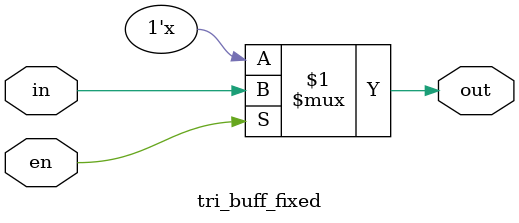
<source format=sv>
module tri_buff_fixed (
    input in,
    input en,
    output out
);

bufif1(out,in,en);

endmodule





</source>
